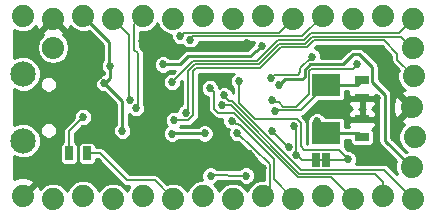
<source format=gbl>
G04 #@! TF.FileFunction,Copper,L2,Bot,Signal*
%FSLAX46Y46*%
G04 Gerber Fmt 4.6, Leading zero omitted, Abs format (unit mm)*
G04 Created by KiCad (PCBNEW 4.0.7) date Monday, 20 November 2017 'AMt' 10:57:51*
%MOMM*%
%LPD*%
G01*
G04 APERTURE LIST*
%ADD10C,0.100000*%
%ADD11C,0.149860*%
%ADD12R,0.635000X1.143000*%
%ADD13R,2.400000X1.900000*%
%ADD14R,1.143000X0.635000*%
%ADD15O,1.879600X1.879600*%
%ADD16C,1.879600*%
%ADD17C,2.150000*%
%ADD18C,0.685800*%
%ADD19C,0.250000*%
%ADD20C,0.152400*%
%ADD21C,0.254000*%
G04 APERTURE END LIST*
D10*
D11*
X179113180Y-106095800D02*
X178620420Y-106095800D01*
D12*
X178458800Y-106095800D03*
X179274800Y-106095800D03*
D13*
X179324000Y-99702400D03*
X179324000Y-103802400D03*
D14*
X182372000Y-104140000D03*
X182372000Y-102616000D03*
X182372000Y-99314000D03*
X182372000Y-100838000D03*
D15*
X156210000Y-96570800D03*
D16*
X153670000Y-93853000D03*
X156210000Y-94107000D03*
X158750000Y-93853000D03*
X161290000Y-94107000D03*
X163830000Y-93853000D03*
X166370000Y-94107000D03*
X168910000Y-93853000D03*
X171450000Y-94107000D03*
X173990000Y-93853000D03*
X176530000Y-94107000D03*
X179070000Y-93853000D03*
X181610000Y-94107000D03*
X184150000Y-93853000D03*
X186690000Y-94107000D03*
X186690000Y-109347000D03*
X184150000Y-109093000D03*
X181610000Y-109347000D03*
X179070000Y-109093000D03*
X176530000Y-109347000D03*
X173990000Y-109093000D03*
X171450000Y-109347000D03*
X168910000Y-109093000D03*
X166370000Y-109347000D03*
X163830000Y-109093000D03*
X161290000Y-109347000D03*
X158750000Y-109093000D03*
X156210000Y-109347000D03*
X153670000Y-109093000D03*
X186563000Y-106680000D03*
X186817000Y-104140000D03*
X186563000Y-101600000D03*
X186728100Y-98958400D03*
X186651900Y-96621600D03*
D17*
X153670000Y-104425000D03*
X153670000Y-98775000D03*
D12*
X159080200Y-105511600D03*
X157556200Y-105511600D03*
D18*
X161036000Y-98094800D03*
X165531800Y-97967800D03*
X173913800Y-96393000D03*
X169037000Y-103809800D03*
X166293800Y-103835200D03*
X162052000Y-103632000D03*
X160528000Y-99568000D03*
X170688000Y-99060000D03*
X169926000Y-99060000D03*
X163195000Y-103657400D03*
X183642000Y-100838000D03*
X166014400Y-95885000D03*
X172593000Y-96189800D03*
X163779200Y-95986600D03*
X170865800Y-104648000D03*
X173990000Y-106781600D03*
X162737800Y-105283000D03*
X159994600Y-97358200D03*
X160299400Y-102844600D03*
X159537400Y-99669600D03*
X175310800Y-99720400D03*
X178562000Y-102793800D03*
X175006000Y-101879400D03*
X171805600Y-103759000D03*
X171323000Y-102743000D03*
X176149000Y-105003600D03*
X174726600Y-103606600D03*
X181965600Y-97942400D03*
X174752000Y-100990400D03*
X181203600Y-106019600D03*
X171958000Y-99390200D03*
X178130200Y-97307400D03*
X174701200Y-99110800D03*
X167792400Y-95885000D03*
X166979600Y-95580200D03*
X169468800Y-99974400D03*
X166268400Y-99466400D03*
X170688000Y-100584000D03*
X170484800Y-101422200D03*
X162687000Y-100990400D03*
X163220400Y-101676200D03*
X166446200Y-102692200D03*
X167462200Y-102057200D03*
X158750000Y-102438200D03*
X176809400Y-105638600D03*
X176580800Y-103174800D03*
X172529500Y-107378500D03*
X169545000Y-107378500D03*
D19*
X160528000Y-99568000D02*
X160604200Y-99568000D01*
X161036000Y-99136200D02*
X161036000Y-98094800D01*
X160604200Y-99568000D02*
X161036000Y-99136200D01*
X160985200Y-96088200D02*
X158750000Y-93853000D01*
X161036000Y-98094800D02*
X160985200Y-98044000D01*
X160985200Y-98044000D02*
X160985200Y-96088200D01*
X165531800Y-97967800D02*
X166920201Y-97967800D01*
X172862885Y-97291515D02*
X173913800Y-96393000D01*
X167596486Y-97291515D02*
X172862885Y-97291515D01*
X166920201Y-97967800D02*
X167596486Y-97291515D01*
X166319200Y-103809800D02*
X169037000Y-103809800D01*
X166293800Y-103835200D02*
X166319200Y-103809800D01*
X162052000Y-101092000D02*
X162052000Y-103632000D01*
X160528000Y-99568000D02*
X162052000Y-101092000D01*
D20*
X170865800Y-104648000D02*
X170865800Y-104063800D01*
X169037000Y-99060000D02*
X169926000Y-99060000D01*
X168656000Y-99441000D02*
X169037000Y-99060000D01*
X168656000Y-100965000D02*
X168656000Y-99441000D01*
X169164000Y-101473000D02*
X168656000Y-100965000D01*
X169164000Y-102362000D02*
X169164000Y-101473000D01*
X170865800Y-104063800D02*
X169164000Y-102362000D01*
D19*
X162737800Y-104114600D02*
X163195000Y-103657400D01*
X162737800Y-104114600D02*
X162737800Y-105283000D01*
X182372000Y-100838000D02*
X183642000Y-100838000D01*
X182372000Y-102616000D02*
X182372000Y-100838000D01*
X165912800Y-95986600D02*
X165912800Y-96570800D01*
X166014400Y-95885000D02*
X165912800Y-95986600D01*
X172212000Y-96570800D02*
X172593000Y-96189800D01*
X164363400Y-96570800D02*
X165912800Y-96570800D01*
X165912800Y-96570800D02*
X172212000Y-96570800D01*
X163779200Y-95986600D02*
X164363400Y-96570800D01*
X170688000Y-104825800D02*
X170688000Y-105283000D01*
X170865800Y-104648000D02*
X170688000Y-104825800D01*
X162737800Y-105283000D02*
X170688000Y-105283000D01*
X170688000Y-105283000D02*
X172847000Y-105283000D01*
X172847000Y-105283000D02*
X173990000Y-106781600D01*
X160299400Y-102844600D02*
X162737800Y-105283000D01*
X160248600Y-98958400D02*
X159537400Y-99669600D01*
X160248600Y-97612200D02*
X160248600Y-98958400D01*
X159994600Y-97358200D02*
X160248600Y-97612200D01*
X160299400Y-102844600D02*
X159537400Y-102082600D01*
X159537400Y-102082600D02*
X159537400Y-99669600D01*
X184302400Y-104419400D02*
X186563000Y-106680000D01*
X184302400Y-100533200D02*
X184302400Y-104419400D01*
X183235600Y-99466400D02*
X184302400Y-100533200D01*
X183235600Y-98196400D02*
X183235600Y-99466400D01*
X182143400Y-97104200D02*
X183235600Y-98196400D01*
X181635400Y-97104200D02*
X182143400Y-97104200D01*
X180769802Y-97969798D02*
X181635400Y-97104200D01*
X177932934Y-97969798D02*
X180769802Y-97969798D01*
X177497198Y-98405534D02*
X177932934Y-97969798D01*
X177497198Y-99034600D02*
X177497198Y-98405534D01*
X177319398Y-99212400D02*
X177497198Y-99034600D01*
X175818800Y-99212400D02*
X177319398Y-99212400D01*
X175310800Y-99720400D02*
X175818800Y-99212400D01*
D20*
X178562000Y-102793800D02*
X179324000Y-103555800D01*
X179324000Y-103555800D02*
X179324000Y-103802400D01*
D19*
X179324000Y-103802400D02*
X182034400Y-103802400D01*
X182034400Y-103802400D02*
X182372000Y-104140000D01*
X179324000Y-99702400D02*
X181983600Y-99702400D01*
X181983600Y-99702400D02*
X182372000Y-99314000D01*
D20*
X177172400Y-101854000D02*
X179324000Y-99702400D01*
X175031400Y-101854000D02*
X177172400Y-101854000D01*
X175006000Y-101879400D02*
X175031400Y-101854000D01*
X174574200Y-106426000D02*
X174574200Y-108508800D01*
X171805600Y-103759000D02*
X174574200Y-106426000D01*
X174574200Y-108508800D02*
X173990000Y-109093000D01*
X174879002Y-107696002D02*
X176530000Y-109347000D01*
X174879002Y-105994202D02*
X174879002Y-107696002D01*
X172008800Y-103124000D02*
X174879002Y-105994202D01*
X171526200Y-102946200D02*
X172008800Y-103124000D01*
X171323000Y-102743000D02*
X171526200Y-102946200D01*
X174726600Y-103606600D02*
X176123600Y-105003600D01*
X181584600Y-98323400D02*
X181965600Y-97942400D01*
X178079400Y-98323400D02*
X181584600Y-98323400D01*
X177850800Y-98552000D02*
X178079400Y-98323400D01*
X177850800Y-100482400D02*
X177850800Y-98552000D01*
X176784002Y-101549198D02*
X177850800Y-100482400D01*
X175666400Y-101549198D02*
X176784002Y-101549198D01*
X175310802Y-101193600D02*
X175666400Y-101549198D01*
X174955200Y-101193600D02*
X175310802Y-101193600D01*
X174752000Y-100990400D02*
X174955200Y-101193600D01*
X177469800Y-105206800D02*
X180390800Y-105206800D01*
X180390800Y-105206800D02*
X181203600Y-106019600D01*
X177165000Y-104902000D02*
X177469800Y-105206800D01*
X177165000Y-102913178D02*
X177165000Y-104902000D01*
X171932600Y-101219734D02*
X173316165Y-102603299D01*
X176855121Y-102603299D02*
X177165000Y-102913178D01*
X173316165Y-102603299D02*
X176855121Y-102603299D01*
X171932600Y-101193600D02*
X171932600Y-101219734D01*
X179274800Y-106095800D02*
X181127400Y-106095800D01*
X181127400Y-106095800D02*
X181203600Y-106019600D01*
X171932600Y-101193600D02*
X171958000Y-99390200D01*
X178095264Y-97307400D02*
X178130200Y-97307400D01*
X177143596Y-98259068D02*
X178095264Y-97307400D01*
X177143596Y-98653600D02*
X177143596Y-98259068D01*
X176940396Y-98856800D02*
X177143596Y-98653600D01*
X174955200Y-98856800D02*
X176940396Y-98856800D01*
X174701200Y-99110800D02*
X174955200Y-98856800D01*
X177317398Y-95605602D02*
X179070000Y-93853000D01*
X168071798Y-95605602D02*
X177317398Y-95605602D01*
X167792400Y-95885000D02*
X168071798Y-95605602D01*
X175336200Y-95300800D02*
X176530000Y-94107000D01*
X167259000Y-95300800D02*
X175336200Y-95300800D01*
X166979600Y-95580200D02*
X167259000Y-95300800D01*
X179781204Y-107518204D02*
X181610000Y-109347000D01*
X176937892Y-107518204D02*
X179781204Y-107518204D01*
X171488844Y-102069156D02*
X176937892Y-107518204D01*
X170166556Y-102069156D02*
X171488844Y-102069156D01*
X169824400Y-101727000D02*
X170166556Y-102069156D01*
X169824400Y-100330000D02*
X169824400Y-101727000D01*
X169468800Y-99974400D02*
X169824400Y-100330000D01*
X185470800Y-95326200D02*
X186690000Y-94107000D01*
X178027856Y-95326200D02*
X185470800Y-95326200D01*
X177443652Y-95910404D02*
X178027856Y-95326200D01*
X175234600Y-95910404D02*
X177443652Y-95910404D01*
X173499887Y-97645117D02*
X175234600Y-95910404D01*
X168089683Y-97645117D02*
X173499887Y-97645117D01*
X166268400Y-99466400D02*
X168089683Y-97645117D01*
X170688000Y-100584000D02*
X171145200Y-101041200D01*
X171145200Y-101041200D02*
X171323000Y-101041200D01*
X171323000Y-101041200D02*
X177190400Y-106908600D01*
X177190400Y-106908600D02*
X184251600Y-106908600D01*
X186690000Y-109347000D02*
X184251600Y-106908600D01*
X184150000Y-107924602D02*
X183438800Y-107213402D01*
X183438800Y-107213402D02*
X177064146Y-107213402D01*
X177064146Y-107213402D02*
X171272572Y-101421828D01*
X171272572Y-101421828D02*
X171246426Y-101421828D01*
X171246426Y-101421828D02*
X171246054Y-101422200D01*
X171246054Y-101422200D02*
X170484800Y-101422200D01*
X184150000Y-109093000D02*
X184150000Y-107924602D01*
X162661600Y-99161600D02*
X162661600Y-95478600D01*
X162661600Y-95478600D02*
X161290000Y-94107000D01*
X162661600Y-100965000D02*
X162661600Y-99161600D01*
X162687000Y-100990400D02*
X162661600Y-100965000D01*
X163398200Y-98755200D02*
X163398200Y-97028000D01*
X163398200Y-97028000D02*
X163093400Y-96723200D01*
X163093400Y-96723200D02*
X163093400Y-94589600D01*
X163093400Y-94589600D02*
X163830000Y-93853000D01*
X163398200Y-101498400D02*
X163398200Y-98755200D01*
X163220400Y-101676200D02*
X163398200Y-101498400D01*
X185369200Y-97599500D02*
X186728100Y-98958400D01*
X185369200Y-97053400D02*
X185369200Y-97599500D01*
X184251604Y-95935804D02*
X185369200Y-97053400D01*
X178280364Y-95935804D02*
X184251604Y-95935804D01*
X177696160Y-96520008D02*
X178280364Y-95935804D01*
X175487108Y-96520008D02*
X177696160Y-96520008D01*
X173752395Y-98254721D02*
X175487108Y-96520008D01*
X168342191Y-98254721D02*
X173752395Y-98254721D01*
X168097200Y-98499712D02*
X168342191Y-98254721D01*
X168097200Y-102260400D02*
X168097200Y-98499712D01*
X167665400Y-102692200D02*
X168097200Y-102260400D01*
X166446200Y-102692200D02*
X167665400Y-102692200D01*
X185661302Y-95631002D02*
X186651900Y-96621600D01*
X178154110Y-95631002D02*
X185661302Y-95631002D01*
X177569906Y-96215206D02*
X178154110Y-95631002D01*
X175360854Y-96215206D02*
X177569906Y-96215206D01*
X173626141Y-97949919D02*
X175360854Y-96215206D01*
X168215937Y-97949919D02*
X173626141Y-97949919D01*
X167626928Y-98538928D02*
X168215937Y-97949919D01*
X167626928Y-101892472D02*
X167626928Y-98538928D01*
X167462200Y-102057200D02*
X167626928Y-101892472D01*
X159080200Y-105511600D02*
X160223200Y-105511600D01*
X164820600Y-107797600D02*
X166370000Y-109347000D01*
X162509200Y-107797600D02*
X164820600Y-107797600D01*
X160223200Y-105511600D02*
X162509200Y-107797600D01*
X157556200Y-105511600D02*
X157556200Y-103632000D01*
X158750000Y-102438200D02*
X157556200Y-103632000D01*
X176809400Y-105638600D02*
X176834800Y-105638600D01*
X177292000Y-106095800D02*
X178458800Y-106095800D01*
X176834800Y-105638600D02*
X177292000Y-106095800D01*
X178663600Y-106095800D02*
X178728699Y-106030701D01*
X176809400Y-105638600D02*
X176809400Y-103403400D01*
X176809400Y-103403400D02*
X176580800Y-103174800D01*
X169570400Y-107353100D02*
X172529500Y-107378500D01*
X169545000Y-107378500D02*
X169570400Y-107353100D01*
D21*
G36*
X157318968Y-95036363D02*
X157579580Y-94945077D01*
X157666491Y-94709029D01*
X157972037Y-95015108D01*
X158475975Y-95224361D01*
X159021631Y-95224837D01*
X159242954Y-95133388D01*
X160428400Y-96318834D01*
X160428400Y-97606704D01*
X160379624Y-97655395D01*
X160261435Y-97940027D01*
X160261166Y-98248221D01*
X160378859Y-98533059D01*
X160479200Y-98633576D01*
X160479200Y-98793257D01*
X160374579Y-98793166D01*
X160089741Y-98910859D01*
X159871624Y-99128595D01*
X159753435Y-99413227D01*
X159753166Y-99721421D01*
X159870859Y-100006259D01*
X160088595Y-100224376D01*
X160373227Y-100342565D01*
X160515255Y-100342689D01*
X161495200Y-101322634D01*
X161495200Y-103093193D01*
X161395624Y-103192595D01*
X161277435Y-103477227D01*
X161277166Y-103785421D01*
X161394859Y-104070259D01*
X161612595Y-104288376D01*
X161897227Y-104406565D01*
X162205421Y-104406834D01*
X162490259Y-104289141D01*
X162708376Y-104071405D01*
X162826565Y-103786773D01*
X162826834Y-103478579D01*
X162709141Y-103193741D01*
X162608800Y-103093224D01*
X162608800Y-102160080D01*
X162780995Y-102332576D01*
X163065627Y-102450765D01*
X163373821Y-102451034D01*
X163658659Y-102333341D01*
X163876776Y-102115605D01*
X163994965Y-101830973D01*
X163995234Y-101522779D01*
X163906200Y-101307301D01*
X163906200Y-97028000D01*
X163867531Y-96833597D01*
X163867531Y-96833596D01*
X163757410Y-96668790D01*
X163601400Y-96512780D01*
X163601400Y-95224401D01*
X164101631Y-95224837D01*
X164605934Y-95016464D01*
X164992108Y-94630963D01*
X165047402Y-94497799D01*
X165206536Y-94882934D01*
X165592037Y-95269108D01*
X166095975Y-95478361D01*
X166204989Y-95478456D01*
X166204766Y-95733621D01*
X166322459Y-96018459D01*
X166540195Y-96236576D01*
X166824827Y-96354765D01*
X167133021Y-96355034D01*
X167157062Y-96345100D01*
X167352995Y-96541376D01*
X167637627Y-96659565D01*
X167945821Y-96659834D01*
X168230659Y-96542141D01*
X168448776Y-96324405D01*
X168536309Y-96113602D01*
X173190984Y-96113602D01*
X173139235Y-96238227D01*
X173139161Y-96322736D01*
X172657305Y-96734715D01*
X167596486Y-96734715D01*
X167383408Y-96777099D01*
X167202769Y-96897798D01*
X166689567Y-97411000D01*
X166070607Y-97411000D01*
X165971205Y-97311424D01*
X165686573Y-97193235D01*
X165378379Y-97192966D01*
X165093541Y-97310659D01*
X164875424Y-97528395D01*
X164757235Y-97813027D01*
X164756966Y-98121221D01*
X164874659Y-98406059D01*
X165092395Y-98624176D01*
X165377027Y-98742365D01*
X165685221Y-98742634D01*
X165970059Y-98624941D01*
X166070576Y-98524600D01*
X166491780Y-98524600D01*
X166324631Y-98691749D01*
X166114979Y-98691566D01*
X165830141Y-98809259D01*
X165612024Y-99026995D01*
X165493835Y-99311627D01*
X165493566Y-99619821D01*
X165611259Y-99904659D01*
X165828995Y-100122776D01*
X166113627Y-100240965D01*
X166421821Y-100241234D01*
X166706659Y-100123541D01*
X166924776Y-99905805D01*
X167042965Y-99621173D01*
X167043149Y-99410071D01*
X167118928Y-99334292D01*
X167118928Y-101360811D01*
X167023941Y-101400059D01*
X166805824Y-101617795D01*
X166687635Y-101902427D01*
X166687590Y-101953601D01*
X166600973Y-101917635D01*
X166292779Y-101917366D01*
X166007941Y-102035059D01*
X165789824Y-102252795D01*
X165671635Y-102537427D01*
X165671366Y-102845621D01*
X165789059Y-103130459D01*
X165846042Y-103187542D01*
X165637424Y-103395795D01*
X165519235Y-103680427D01*
X165518966Y-103988621D01*
X165636659Y-104273459D01*
X165854395Y-104491576D01*
X166139027Y-104609765D01*
X166447221Y-104610034D01*
X166732059Y-104492341D01*
X166858020Y-104366600D01*
X168498193Y-104366600D01*
X168597595Y-104466176D01*
X168882227Y-104584365D01*
X169190421Y-104584634D01*
X169475259Y-104466941D01*
X169693376Y-104249205D01*
X169811565Y-103964573D01*
X169811834Y-103656379D01*
X169694141Y-103371541D01*
X169476405Y-103153424D01*
X169191773Y-103035235D01*
X168883579Y-103034966D01*
X168598741Y-103152659D01*
X168498224Y-103253000D01*
X166980969Y-103253000D01*
X167033861Y-103200200D01*
X167665400Y-103200200D01*
X167859803Y-103161531D01*
X168024610Y-103051410D01*
X168456410Y-102619611D01*
X168566531Y-102454804D01*
X168580656Y-102383790D01*
X168605200Y-102260400D01*
X168605200Y-98762721D01*
X171490027Y-98762721D01*
X171301624Y-98950795D01*
X171183435Y-99235427D01*
X171183166Y-99543621D01*
X171300859Y-99828459D01*
X171441788Y-99969635D01*
X171436204Y-100366129D01*
X171345141Y-100145741D01*
X171127405Y-99927624D01*
X170842773Y-99809435D01*
X170534579Y-99809166D01*
X170249741Y-99926859D01*
X170243536Y-99933053D01*
X170243634Y-99820979D01*
X170125941Y-99536141D01*
X169908205Y-99318024D01*
X169623573Y-99199835D01*
X169315379Y-99199566D01*
X169030541Y-99317259D01*
X168812424Y-99534995D01*
X168694235Y-99819627D01*
X168693966Y-100127821D01*
X168811659Y-100412659D01*
X169029395Y-100630776D01*
X169314027Y-100748965D01*
X169316400Y-100748967D01*
X169316400Y-101727000D01*
X169355069Y-101921403D01*
X169465190Y-102086210D01*
X169807346Y-102428366D01*
X169972153Y-102538487D01*
X170166556Y-102577156D01*
X170553032Y-102577156D01*
X170548435Y-102588227D01*
X170548166Y-102896421D01*
X170665859Y-103181259D01*
X170883595Y-103399376D01*
X171081904Y-103481721D01*
X171031035Y-103604227D01*
X171030766Y-103912421D01*
X171148459Y-104197259D01*
X171366195Y-104415376D01*
X171650827Y-104533565D01*
X171877645Y-104533763D01*
X174066200Y-106642004D01*
X174066200Y-107721466D01*
X173718369Y-107721163D01*
X173214066Y-107929536D01*
X172827892Y-108315037D01*
X172667388Y-108701573D01*
X172613464Y-108571066D01*
X172227963Y-108184892D01*
X171724025Y-107975639D01*
X171178369Y-107975163D01*
X170674066Y-108183536D01*
X170287892Y-108569037D01*
X170232598Y-108702201D01*
X170073464Y-108317066D01*
X169848227Y-108091435D01*
X169983259Y-108035641D01*
X170153077Y-107866120D01*
X171936919Y-107881432D01*
X172090095Y-108034876D01*
X172374727Y-108153065D01*
X172682921Y-108153334D01*
X172967759Y-108035641D01*
X173185876Y-107817905D01*
X173304065Y-107533273D01*
X173304334Y-107225079D01*
X173186641Y-106940241D01*
X172968905Y-106722124D01*
X172684273Y-106603935D01*
X172376079Y-106603666D01*
X172091241Y-106721359D01*
X171946867Y-106865480D01*
X170111787Y-106849729D01*
X169984405Y-106722124D01*
X169699773Y-106603935D01*
X169391579Y-106603666D01*
X169106741Y-106721359D01*
X168888624Y-106939095D01*
X168770435Y-107223727D01*
X168770166Y-107531921D01*
X168848435Y-107721346D01*
X168638369Y-107721163D01*
X168134066Y-107929536D01*
X167747892Y-108315037D01*
X167587388Y-108701573D01*
X167533464Y-108571066D01*
X167147963Y-108184892D01*
X166644025Y-107975639D01*
X166098369Y-107975163D01*
X165828210Y-108086790D01*
X165179810Y-107438390D01*
X165015003Y-107328269D01*
X164820600Y-107289600D01*
X162719620Y-107289600D01*
X160582410Y-105152390D01*
X160417603Y-105042269D01*
X160223200Y-105003600D01*
X159837959Y-105003600D01*
X159837959Y-104940100D01*
X159807850Y-104780085D01*
X159713281Y-104633120D01*
X159568985Y-104534527D01*
X159397700Y-104499841D01*
X158762700Y-104499841D01*
X158602685Y-104529950D01*
X158455720Y-104624519D01*
X158357127Y-104768815D01*
X158322441Y-104940100D01*
X158322441Y-106083100D01*
X158352550Y-106243115D01*
X158447119Y-106390080D01*
X158591415Y-106488673D01*
X158762700Y-106523359D01*
X159397700Y-106523359D01*
X159557715Y-106493250D01*
X159704680Y-106398681D01*
X159803273Y-106254385D01*
X159837959Y-106083100D01*
X159837959Y-106019600D01*
X160012780Y-106019600D01*
X162149990Y-108156810D01*
X162314796Y-108266931D01*
X162509200Y-108305600D01*
X162677345Y-108305600D01*
X162667892Y-108315037D01*
X162507388Y-108701573D01*
X162453464Y-108571066D01*
X162067963Y-108184892D01*
X161564025Y-107975639D01*
X161018369Y-107975163D01*
X160514066Y-108183536D01*
X160127892Y-108569037D01*
X160072598Y-108702201D01*
X159913464Y-108317066D01*
X159527963Y-107930892D01*
X159024025Y-107721639D01*
X158478369Y-107721163D01*
X157974066Y-107929536D01*
X157587892Y-108315037D01*
X157427388Y-108701573D01*
X157373464Y-108571066D01*
X156987963Y-108184892D01*
X156484025Y-107975639D01*
X155938369Y-107975163D01*
X155434066Y-108183536D01*
X155134060Y-108483019D01*
X155039580Y-108254923D01*
X154778968Y-108163637D01*
X153849605Y-109093000D01*
X153490395Y-109093000D01*
X153476253Y-109078858D01*
X153655858Y-108899253D01*
X153670000Y-108913395D01*
X154599363Y-107984032D01*
X154508077Y-107723420D01*
X153920167Y-107506955D01*
X153294172Y-107531951D01*
X152906800Y-107692405D01*
X152906800Y-105739631D01*
X153368964Y-105931538D01*
X153968406Y-105932061D01*
X154522419Y-105703148D01*
X154946658Y-105279648D01*
X155087650Y-104940100D01*
X156798441Y-104940100D01*
X156798441Y-106083100D01*
X156828550Y-106243115D01*
X156923119Y-106390080D01*
X157067415Y-106488673D01*
X157238700Y-106523359D01*
X157873700Y-106523359D01*
X158033715Y-106493250D01*
X158180680Y-106398681D01*
X158279273Y-106254385D01*
X158313959Y-106083100D01*
X158313959Y-104940100D01*
X158283850Y-104780085D01*
X158189281Y-104633120D01*
X158064200Y-104547656D01*
X158064200Y-103842420D01*
X158693769Y-103212851D01*
X158903421Y-103213034D01*
X159188259Y-103095341D01*
X159406376Y-102877605D01*
X159524565Y-102592973D01*
X159524834Y-102284779D01*
X159407141Y-101999941D01*
X159189405Y-101781824D01*
X158904773Y-101663635D01*
X158596579Y-101663366D01*
X158311741Y-101781059D01*
X158093624Y-101998795D01*
X157975435Y-102283427D01*
X157975251Y-102494529D01*
X157196990Y-103272790D01*
X157086869Y-103437597D01*
X157048200Y-103632000D01*
X157048200Y-104549566D01*
X156931720Y-104624519D01*
X156833127Y-104768815D01*
X156798441Y-104940100D01*
X155087650Y-104940100D01*
X155176538Y-104726036D01*
X155177061Y-104126594D01*
X154996654Y-103689974D01*
X155113078Y-103689974D01*
X155220455Y-103949847D01*
X155419107Y-104148846D01*
X155678792Y-104256677D01*
X155959974Y-104256922D01*
X156219847Y-104149545D01*
X156418846Y-103950893D01*
X156526677Y-103691208D01*
X156526922Y-103410026D01*
X156419545Y-103150153D01*
X156220893Y-102951154D01*
X155961208Y-102843323D01*
X155680026Y-102843078D01*
X155420153Y-102950455D01*
X155221154Y-103149107D01*
X155113323Y-103408792D01*
X155113078Y-103689974D01*
X154996654Y-103689974D01*
X154948148Y-103572581D01*
X154524648Y-103148342D01*
X153971036Y-102918462D01*
X153371594Y-102917939D01*
X152906800Y-103109988D01*
X152906800Y-100089631D01*
X153368964Y-100281538D01*
X153968406Y-100282061D01*
X154522419Y-100053148D01*
X154786052Y-99789974D01*
X155113078Y-99789974D01*
X155220455Y-100049847D01*
X155419107Y-100248846D01*
X155678792Y-100356677D01*
X155959974Y-100356922D01*
X156219847Y-100249545D01*
X156418846Y-100050893D01*
X156526677Y-99791208D01*
X156526922Y-99510026D01*
X156419545Y-99250153D01*
X156220893Y-99051154D01*
X155961208Y-98943323D01*
X155680026Y-98943078D01*
X155420153Y-99050455D01*
X155221154Y-99249107D01*
X155113323Y-99508792D01*
X155113078Y-99789974D01*
X154786052Y-99789974D01*
X154946658Y-99629648D01*
X155176538Y-99076036D01*
X155177061Y-98476594D01*
X154948148Y-97922581D01*
X154524648Y-97498342D01*
X153971036Y-97268462D01*
X153371594Y-97267939D01*
X152906800Y-97459988D01*
X152906800Y-96543929D01*
X154838400Y-96543929D01*
X154838400Y-96597671D01*
X154942807Y-97122560D01*
X155240132Y-97567539D01*
X155685111Y-97864864D01*
X156210000Y-97969271D01*
X156734889Y-97864864D01*
X157179868Y-97567539D01*
X157477193Y-97122560D01*
X157581600Y-96597671D01*
X157581600Y-96543929D01*
X157477193Y-96019040D01*
X157179868Y-95574061D01*
X157039373Y-95480185D01*
X157048077Y-95476580D01*
X157139363Y-95215968D01*
X156210000Y-94286605D01*
X155280637Y-95215968D01*
X155371923Y-95476580D01*
X155381014Y-95479927D01*
X155240132Y-95574061D01*
X154942807Y-96019040D01*
X154838400Y-96543929D01*
X152906800Y-96543929D01*
X152906800Y-95021238D01*
X153395975Y-95224361D01*
X153941631Y-95224837D01*
X154445934Y-95016464D01*
X154745940Y-94716981D01*
X154840420Y-94945077D01*
X155101032Y-95036363D01*
X156030395Y-94107000D01*
X156389605Y-94107000D01*
X157318968Y-95036363D01*
X157318968Y-95036363D01*
G37*
X157318968Y-95036363D02*
X157579580Y-94945077D01*
X157666491Y-94709029D01*
X157972037Y-95015108D01*
X158475975Y-95224361D01*
X159021631Y-95224837D01*
X159242954Y-95133388D01*
X160428400Y-96318834D01*
X160428400Y-97606704D01*
X160379624Y-97655395D01*
X160261435Y-97940027D01*
X160261166Y-98248221D01*
X160378859Y-98533059D01*
X160479200Y-98633576D01*
X160479200Y-98793257D01*
X160374579Y-98793166D01*
X160089741Y-98910859D01*
X159871624Y-99128595D01*
X159753435Y-99413227D01*
X159753166Y-99721421D01*
X159870859Y-100006259D01*
X160088595Y-100224376D01*
X160373227Y-100342565D01*
X160515255Y-100342689D01*
X161495200Y-101322634D01*
X161495200Y-103093193D01*
X161395624Y-103192595D01*
X161277435Y-103477227D01*
X161277166Y-103785421D01*
X161394859Y-104070259D01*
X161612595Y-104288376D01*
X161897227Y-104406565D01*
X162205421Y-104406834D01*
X162490259Y-104289141D01*
X162708376Y-104071405D01*
X162826565Y-103786773D01*
X162826834Y-103478579D01*
X162709141Y-103193741D01*
X162608800Y-103093224D01*
X162608800Y-102160080D01*
X162780995Y-102332576D01*
X163065627Y-102450765D01*
X163373821Y-102451034D01*
X163658659Y-102333341D01*
X163876776Y-102115605D01*
X163994965Y-101830973D01*
X163995234Y-101522779D01*
X163906200Y-101307301D01*
X163906200Y-97028000D01*
X163867531Y-96833597D01*
X163867531Y-96833596D01*
X163757410Y-96668790D01*
X163601400Y-96512780D01*
X163601400Y-95224401D01*
X164101631Y-95224837D01*
X164605934Y-95016464D01*
X164992108Y-94630963D01*
X165047402Y-94497799D01*
X165206536Y-94882934D01*
X165592037Y-95269108D01*
X166095975Y-95478361D01*
X166204989Y-95478456D01*
X166204766Y-95733621D01*
X166322459Y-96018459D01*
X166540195Y-96236576D01*
X166824827Y-96354765D01*
X167133021Y-96355034D01*
X167157062Y-96345100D01*
X167352995Y-96541376D01*
X167637627Y-96659565D01*
X167945821Y-96659834D01*
X168230659Y-96542141D01*
X168448776Y-96324405D01*
X168536309Y-96113602D01*
X173190984Y-96113602D01*
X173139235Y-96238227D01*
X173139161Y-96322736D01*
X172657305Y-96734715D01*
X167596486Y-96734715D01*
X167383408Y-96777099D01*
X167202769Y-96897798D01*
X166689567Y-97411000D01*
X166070607Y-97411000D01*
X165971205Y-97311424D01*
X165686573Y-97193235D01*
X165378379Y-97192966D01*
X165093541Y-97310659D01*
X164875424Y-97528395D01*
X164757235Y-97813027D01*
X164756966Y-98121221D01*
X164874659Y-98406059D01*
X165092395Y-98624176D01*
X165377027Y-98742365D01*
X165685221Y-98742634D01*
X165970059Y-98624941D01*
X166070576Y-98524600D01*
X166491780Y-98524600D01*
X166324631Y-98691749D01*
X166114979Y-98691566D01*
X165830141Y-98809259D01*
X165612024Y-99026995D01*
X165493835Y-99311627D01*
X165493566Y-99619821D01*
X165611259Y-99904659D01*
X165828995Y-100122776D01*
X166113627Y-100240965D01*
X166421821Y-100241234D01*
X166706659Y-100123541D01*
X166924776Y-99905805D01*
X167042965Y-99621173D01*
X167043149Y-99410071D01*
X167118928Y-99334292D01*
X167118928Y-101360811D01*
X167023941Y-101400059D01*
X166805824Y-101617795D01*
X166687635Y-101902427D01*
X166687590Y-101953601D01*
X166600973Y-101917635D01*
X166292779Y-101917366D01*
X166007941Y-102035059D01*
X165789824Y-102252795D01*
X165671635Y-102537427D01*
X165671366Y-102845621D01*
X165789059Y-103130459D01*
X165846042Y-103187542D01*
X165637424Y-103395795D01*
X165519235Y-103680427D01*
X165518966Y-103988621D01*
X165636659Y-104273459D01*
X165854395Y-104491576D01*
X166139027Y-104609765D01*
X166447221Y-104610034D01*
X166732059Y-104492341D01*
X166858020Y-104366600D01*
X168498193Y-104366600D01*
X168597595Y-104466176D01*
X168882227Y-104584365D01*
X169190421Y-104584634D01*
X169475259Y-104466941D01*
X169693376Y-104249205D01*
X169811565Y-103964573D01*
X169811834Y-103656379D01*
X169694141Y-103371541D01*
X169476405Y-103153424D01*
X169191773Y-103035235D01*
X168883579Y-103034966D01*
X168598741Y-103152659D01*
X168498224Y-103253000D01*
X166980969Y-103253000D01*
X167033861Y-103200200D01*
X167665400Y-103200200D01*
X167859803Y-103161531D01*
X168024610Y-103051410D01*
X168456410Y-102619611D01*
X168566531Y-102454804D01*
X168580656Y-102383790D01*
X168605200Y-102260400D01*
X168605200Y-98762721D01*
X171490027Y-98762721D01*
X171301624Y-98950795D01*
X171183435Y-99235427D01*
X171183166Y-99543621D01*
X171300859Y-99828459D01*
X171441788Y-99969635D01*
X171436204Y-100366129D01*
X171345141Y-100145741D01*
X171127405Y-99927624D01*
X170842773Y-99809435D01*
X170534579Y-99809166D01*
X170249741Y-99926859D01*
X170243536Y-99933053D01*
X170243634Y-99820979D01*
X170125941Y-99536141D01*
X169908205Y-99318024D01*
X169623573Y-99199835D01*
X169315379Y-99199566D01*
X169030541Y-99317259D01*
X168812424Y-99534995D01*
X168694235Y-99819627D01*
X168693966Y-100127821D01*
X168811659Y-100412659D01*
X169029395Y-100630776D01*
X169314027Y-100748965D01*
X169316400Y-100748967D01*
X169316400Y-101727000D01*
X169355069Y-101921403D01*
X169465190Y-102086210D01*
X169807346Y-102428366D01*
X169972153Y-102538487D01*
X170166556Y-102577156D01*
X170553032Y-102577156D01*
X170548435Y-102588227D01*
X170548166Y-102896421D01*
X170665859Y-103181259D01*
X170883595Y-103399376D01*
X171081904Y-103481721D01*
X171031035Y-103604227D01*
X171030766Y-103912421D01*
X171148459Y-104197259D01*
X171366195Y-104415376D01*
X171650827Y-104533565D01*
X171877645Y-104533763D01*
X174066200Y-106642004D01*
X174066200Y-107721466D01*
X173718369Y-107721163D01*
X173214066Y-107929536D01*
X172827892Y-108315037D01*
X172667388Y-108701573D01*
X172613464Y-108571066D01*
X172227963Y-108184892D01*
X171724025Y-107975639D01*
X171178369Y-107975163D01*
X170674066Y-108183536D01*
X170287892Y-108569037D01*
X170232598Y-108702201D01*
X170073464Y-108317066D01*
X169848227Y-108091435D01*
X169983259Y-108035641D01*
X170153077Y-107866120D01*
X171936919Y-107881432D01*
X172090095Y-108034876D01*
X172374727Y-108153065D01*
X172682921Y-108153334D01*
X172967759Y-108035641D01*
X173185876Y-107817905D01*
X173304065Y-107533273D01*
X173304334Y-107225079D01*
X173186641Y-106940241D01*
X172968905Y-106722124D01*
X172684273Y-106603935D01*
X172376079Y-106603666D01*
X172091241Y-106721359D01*
X171946867Y-106865480D01*
X170111787Y-106849729D01*
X169984405Y-106722124D01*
X169699773Y-106603935D01*
X169391579Y-106603666D01*
X169106741Y-106721359D01*
X168888624Y-106939095D01*
X168770435Y-107223727D01*
X168770166Y-107531921D01*
X168848435Y-107721346D01*
X168638369Y-107721163D01*
X168134066Y-107929536D01*
X167747892Y-108315037D01*
X167587388Y-108701573D01*
X167533464Y-108571066D01*
X167147963Y-108184892D01*
X166644025Y-107975639D01*
X166098369Y-107975163D01*
X165828210Y-108086790D01*
X165179810Y-107438390D01*
X165015003Y-107328269D01*
X164820600Y-107289600D01*
X162719620Y-107289600D01*
X160582410Y-105152390D01*
X160417603Y-105042269D01*
X160223200Y-105003600D01*
X159837959Y-105003600D01*
X159837959Y-104940100D01*
X159807850Y-104780085D01*
X159713281Y-104633120D01*
X159568985Y-104534527D01*
X159397700Y-104499841D01*
X158762700Y-104499841D01*
X158602685Y-104529950D01*
X158455720Y-104624519D01*
X158357127Y-104768815D01*
X158322441Y-104940100D01*
X158322441Y-106083100D01*
X158352550Y-106243115D01*
X158447119Y-106390080D01*
X158591415Y-106488673D01*
X158762700Y-106523359D01*
X159397700Y-106523359D01*
X159557715Y-106493250D01*
X159704680Y-106398681D01*
X159803273Y-106254385D01*
X159837959Y-106083100D01*
X159837959Y-106019600D01*
X160012780Y-106019600D01*
X162149990Y-108156810D01*
X162314796Y-108266931D01*
X162509200Y-108305600D01*
X162677345Y-108305600D01*
X162667892Y-108315037D01*
X162507388Y-108701573D01*
X162453464Y-108571066D01*
X162067963Y-108184892D01*
X161564025Y-107975639D01*
X161018369Y-107975163D01*
X160514066Y-108183536D01*
X160127892Y-108569037D01*
X160072598Y-108702201D01*
X159913464Y-108317066D01*
X159527963Y-107930892D01*
X159024025Y-107721639D01*
X158478369Y-107721163D01*
X157974066Y-107929536D01*
X157587892Y-108315037D01*
X157427388Y-108701573D01*
X157373464Y-108571066D01*
X156987963Y-108184892D01*
X156484025Y-107975639D01*
X155938369Y-107975163D01*
X155434066Y-108183536D01*
X155134060Y-108483019D01*
X155039580Y-108254923D01*
X154778968Y-108163637D01*
X153849605Y-109093000D01*
X153490395Y-109093000D01*
X153476253Y-109078858D01*
X153655858Y-108899253D01*
X153670000Y-108913395D01*
X154599363Y-107984032D01*
X154508077Y-107723420D01*
X153920167Y-107506955D01*
X153294172Y-107531951D01*
X152906800Y-107692405D01*
X152906800Y-105739631D01*
X153368964Y-105931538D01*
X153968406Y-105932061D01*
X154522419Y-105703148D01*
X154946658Y-105279648D01*
X155087650Y-104940100D01*
X156798441Y-104940100D01*
X156798441Y-106083100D01*
X156828550Y-106243115D01*
X156923119Y-106390080D01*
X157067415Y-106488673D01*
X157238700Y-106523359D01*
X157873700Y-106523359D01*
X158033715Y-106493250D01*
X158180680Y-106398681D01*
X158279273Y-106254385D01*
X158313959Y-106083100D01*
X158313959Y-104940100D01*
X158283850Y-104780085D01*
X158189281Y-104633120D01*
X158064200Y-104547656D01*
X158064200Y-103842420D01*
X158693769Y-103212851D01*
X158903421Y-103213034D01*
X159188259Y-103095341D01*
X159406376Y-102877605D01*
X159524565Y-102592973D01*
X159524834Y-102284779D01*
X159407141Y-101999941D01*
X159189405Y-101781824D01*
X158904773Y-101663635D01*
X158596579Y-101663366D01*
X158311741Y-101781059D01*
X158093624Y-101998795D01*
X157975435Y-102283427D01*
X157975251Y-102494529D01*
X157196990Y-103272790D01*
X157086869Y-103437597D01*
X157048200Y-103632000D01*
X157048200Y-104549566D01*
X156931720Y-104624519D01*
X156833127Y-104768815D01*
X156798441Y-104940100D01*
X155087650Y-104940100D01*
X155176538Y-104726036D01*
X155177061Y-104126594D01*
X154996654Y-103689974D01*
X155113078Y-103689974D01*
X155220455Y-103949847D01*
X155419107Y-104148846D01*
X155678792Y-104256677D01*
X155959974Y-104256922D01*
X156219847Y-104149545D01*
X156418846Y-103950893D01*
X156526677Y-103691208D01*
X156526922Y-103410026D01*
X156419545Y-103150153D01*
X156220893Y-102951154D01*
X155961208Y-102843323D01*
X155680026Y-102843078D01*
X155420153Y-102950455D01*
X155221154Y-103149107D01*
X155113323Y-103408792D01*
X155113078Y-103689974D01*
X154996654Y-103689974D01*
X154948148Y-103572581D01*
X154524648Y-103148342D01*
X153971036Y-102918462D01*
X153371594Y-102917939D01*
X152906800Y-103109988D01*
X152906800Y-100089631D01*
X153368964Y-100281538D01*
X153968406Y-100282061D01*
X154522419Y-100053148D01*
X154786052Y-99789974D01*
X155113078Y-99789974D01*
X155220455Y-100049847D01*
X155419107Y-100248846D01*
X155678792Y-100356677D01*
X155959974Y-100356922D01*
X156219847Y-100249545D01*
X156418846Y-100050893D01*
X156526677Y-99791208D01*
X156526922Y-99510026D01*
X156419545Y-99250153D01*
X156220893Y-99051154D01*
X155961208Y-98943323D01*
X155680026Y-98943078D01*
X155420153Y-99050455D01*
X155221154Y-99249107D01*
X155113323Y-99508792D01*
X155113078Y-99789974D01*
X154786052Y-99789974D01*
X154946658Y-99629648D01*
X155176538Y-99076036D01*
X155177061Y-98476594D01*
X154948148Y-97922581D01*
X154524648Y-97498342D01*
X153971036Y-97268462D01*
X153371594Y-97267939D01*
X152906800Y-97459988D01*
X152906800Y-96543929D01*
X154838400Y-96543929D01*
X154838400Y-96597671D01*
X154942807Y-97122560D01*
X155240132Y-97567539D01*
X155685111Y-97864864D01*
X156210000Y-97969271D01*
X156734889Y-97864864D01*
X157179868Y-97567539D01*
X157477193Y-97122560D01*
X157581600Y-96597671D01*
X157581600Y-96543929D01*
X157477193Y-96019040D01*
X157179868Y-95574061D01*
X157039373Y-95480185D01*
X157048077Y-95476580D01*
X157139363Y-95215968D01*
X156210000Y-94286605D01*
X155280637Y-95215968D01*
X155371923Y-95476580D01*
X155381014Y-95479927D01*
X155240132Y-95574061D01*
X154942807Y-96019040D01*
X154838400Y-96543929D01*
X152906800Y-96543929D01*
X152906800Y-95021238D01*
X153395975Y-95224361D01*
X153941631Y-95224837D01*
X154445934Y-95016464D01*
X154745940Y-94716981D01*
X154840420Y-94945077D01*
X155101032Y-95036363D01*
X156030395Y-94107000D01*
X156389605Y-94107000D01*
X157318968Y-95036363D01*
G36*
X181165500Y-100394191D02*
X181165500Y-100552250D01*
X181324250Y-100711000D01*
X182245000Y-100711000D01*
X182245000Y-100691000D01*
X182499000Y-100691000D01*
X182499000Y-100711000D01*
X183419750Y-100711000D01*
X183556258Y-100574492D01*
X183745600Y-100763834D01*
X183745600Y-104419400D01*
X183787984Y-104632478D01*
X183908683Y-104813117D01*
X185282565Y-106186999D01*
X185191639Y-106405975D01*
X185191163Y-106951631D01*
X185316577Y-107255157D01*
X184610810Y-106549390D01*
X184446003Y-106439269D01*
X184251600Y-106400600D01*
X181884228Y-106400600D01*
X181978165Y-106174373D01*
X181978434Y-105866179D01*
X181860741Y-105581341D01*
X181643005Y-105363224D01*
X181358373Y-105245035D01*
X181147271Y-105244851D01*
X180887573Y-104985153D01*
X180929573Y-104923685D01*
X180964259Y-104752400D01*
X180964259Y-104359200D01*
X181360241Y-104359200D01*
X181360241Y-104457500D01*
X181390350Y-104617515D01*
X181484919Y-104764480D01*
X181629215Y-104863073D01*
X181800500Y-104897759D01*
X182943500Y-104897759D01*
X183103515Y-104867650D01*
X183250480Y-104773081D01*
X183349073Y-104628785D01*
X183383759Y-104457500D01*
X183383759Y-103822500D01*
X183353650Y-103662485D01*
X183259081Y-103515520D01*
X183235920Y-103499695D01*
X183303199Y-103471827D01*
X183481827Y-103293198D01*
X183578500Y-103059809D01*
X183578500Y-102901750D01*
X183419750Y-102743000D01*
X182499000Y-102743000D01*
X182499000Y-102763000D01*
X182245000Y-102763000D01*
X182245000Y-102743000D01*
X181324250Y-102743000D01*
X181165500Y-102901750D01*
X181165500Y-103059809D01*
X181242457Y-103245600D01*
X180964259Y-103245600D01*
X180964259Y-102852400D01*
X180934150Y-102692385D01*
X180839581Y-102545420D01*
X180695285Y-102446827D01*
X180524000Y-102412141D01*
X179242528Y-102412141D01*
X179219141Y-102355541D01*
X179001405Y-102137424D01*
X178716773Y-102019235D01*
X178408579Y-102018966D01*
X178123741Y-102136659D01*
X177905624Y-102354395D01*
X177834563Y-102525531D01*
X177817020Y-102536819D01*
X177718427Y-102681115D01*
X177683741Y-102852400D01*
X177683741Y-104698800D01*
X177680220Y-104698800D01*
X177673000Y-104691580D01*
X177673000Y-102913178D01*
X177653589Y-102815590D01*
X177634331Y-102718774D01*
X177524210Y-102553968D01*
X177305723Y-102335481D01*
X177366803Y-102323331D01*
X177531610Y-102213210D01*
X178621070Y-101123750D01*
X181165500Y-101123750D01*
X181165500Y-101281809D01*
X181262173Y-101515198D01*
X181440801Y-101693827D01*
X181520888Y-101727000D01*
X181440801Y-101760173D01*
X181262173Y-101938802D01*
X181165500Y-102172191D01*
X181165500Y-102330250D01*
X181324250Y-102489000D01*
X182245000Y-102489000D01*
X182245000Y-101822250D01*
X182149750Y-101727000D01*
X182245000Y-101631750D01*
X182245000Y-100965000D01*
X182499000Y-100965000D01*
X182499000Y-101631750D01*
X182594250Y-101727000D01*
X182499000Y-101822250D01*
X182499000Y-102489000D01*
X183419750Y-102489000D01*
X183578500Y-102330250D01*
X183578500Y-102172191D01*
X183481827Y-101938802D01*
X183303199Y-101760173D01*
X183223112Y-101727000D01*
X183303199Y-101693827D01*
X183481827Y-101515198D01*
X183578500Y-101281809D01*
X183578500Y-101123750D01*
X183419750Y-100965000D01*
X182499000Y-100965000D01*
X182245000Y-100965000D01*
X181324250Y-100965000D01*
X181165500Y-101123750D01*
X178621070Y-101123750D01*
X178652161Y-101092659D01*
X180524000Y-101092659D01*
X180684015Y-101062550D01*
X180830980Y-100967981D01*
X180929573Y-100823685D01*
X180964259Y-100652400D01*
X180964259Y-100259200D01*
X181221415Y-100259200D01*
X181165500Y-100394191D01*
X181165500Y-100394191D01*
G37*
X181165500Y-100394191D02*
X181165500Y-100552250D01*
X181324250Y-100711000D01*
X182245000Y-100711000D01*
X182245000Y-100691000D01*
X182499000Y-100691000D01*
X182499000Y-100711000D01*
X183419750Y-100711000D01*
X183556258Y-100574492D01*
X183745600Y-100763834D01*
X183745600Y-104419400D01*
X183787984Y-104632478D01*
X183908683Y-104813117D01*
X185282565Y-106186999D01*
X185191639Y-106405975D01*
X185191163Y-106951631D01*
X185316577Y-107255157D01*
X184610810Y-106549390D01*
X184446003Y-106439269D01*
X184251600Y-106400600D01*
X181884228Y-106400600D01*
X181978165Y-106174373D01*
X181978434Y-105866179D01*
X181860741Y-105581341D01*
X181643005Y-105363224D01*
X181358373Y-105245035D01*
X181147271Y-105244851D01*
X180887573Y-104985153D01*
X180929573Y-104923685D01*
X180964259Y-104752400D01*
X180964259Y-104359200D01*
X181360241Y-104359200D01*
X181360241Y-104457500D01*
X181390350Y-104617515D01*
X181484919Y-104764480D01*
X181629215Y-104863073D01*
X181800500Y-104897759D01*
X182943500Y-104897759D01*
X183103515Y-104867650D01*
X183250480Y-104773081D01*
X183349073Y-104628785D01*
X183383759Y-104457500D01*
X183383759Y-103822500D01*
X183353650Y-103662485D01*
X183259081Y-103515520D01*
X183235920Y-103499695D01*
X183303199Y-103471827D01*
X183481827Y-103293198D01*
X183578500Y-103059809D01*
X183578500Y-102901750D01*
X183419750Y-102743000D01*
X182499000Y-102743000D01*
X182499000Y-102763000D01*
X182245000Y-102763000D01*
X182245000Y-102743000D01*
X181324250Y-102743000D01*
X181165500Y-102901750D01*
X181165500Y-103059809D01*
X181242457Y-103245600D01*
X180964259Y-103245600D01*
X180964259Y-102852400D01*
X180934150Y-102692385D01*
X180839581Y-102545420D01*
X180695285Y-102446827D01*
X180524000Y-102412141D01*
X179242528Y-102412141D01*
X179219141Y-102355541D01*
X179001405Y-102137424D01*
X178716773Y-102019235D01*
X178408579Y-102018966D01*
X178123741Y-102136659D01*
X177905624Y-102354395D01*
X177834563Y-102525531D01*
X177817020Y-102536819D01*
X177718427Y-102681115D01*
X177683741Y-102852400D01*
X177683741Y-104698800D01*
X177680220Y-104698800D01*
X177673000Y-104691580D01*
X177673000Y-102913178D01*
X177653589Y-102815590D01*
X177634331Y-102718774D01*
X177524210Y-102553968D01*
X177305723Y-102335481D01*
X177366803Y-102323331D01*
X177531610Y-102213210D01*
X178621070Y-101123750D01*
X181165500Y-101123750D01*
X181165500Y-101281809D01*
X181262173Y-101515198D01*
X181440801Y-101693827D01*
X181520888Y-101727000D01*
X181440801Y-101760173D01*
X181262173Y-101938802D01*
X181165500Y-102172191D01*
X181165500Y-102330250D01*
X181324250Y-102489000D01*
X182245000Y-102489000D01*
X182245000Y-101822250D01*
X182149750Y-101727000D01*
X182245000Y-101631750D01*
X182245000Y-100965000D01*
X182499000Y-100965000D01*
X182499000Y-101631750D01*
X182594250Y-101727000D01*
X182499000Y-101822250D01*
X182499000Y-102489000D01*
X183419750Y-102489000D01*
X183578500Y-102330250D01*
X183578500Y-102172191D01*
X183481827Y-101938802D01*
X183303199Y-101760173D01*
X183223112Y-101727000D01*
X183303199Y-101693827D01*
X183481827Y-101515198D01*
X183578500Y-101281809D01*
X183578500Y-101123750D01*
X183419750Y-100965000D01*
X182499000Y-100965000D01*
X182245000Y-100965000D01*
X181324250Y-100965000D01*
X181165500Y-101123750D01*
X178621070Y-101123750D01*
X178652161Y-101092659D01*
X180524000Y-101092659D01*
X180684015Y-101062550D01*
X180830980Y-100967981D01*
X180929573Y-100823685D01*
X180964259Y-100652400D01*
X180964259Y-100259200D01*
X181221415Y-100259200D01*
X181165500Y-100394191D01*
G36*
X184861200Y-97263821D02*
X184861200Y-97599500D01*
X184899869Y-97793903D01*
X185009990Y-97958710D01*
X185467914Y-98416634D01*
X185356739Y-98684375D01*
X185356263Y-99230031D01*
X185564636Y-99734334D01*
X185950137Y-100120508D01*
X185970181Y-100128831D01*
X185724923Y-100230420D01*
X185633637Y-100491032D01*
X186563000Y-101420395D01*
X186563000Y-101779605D01*
X185633637Y-102708968D01*
X185724923Y-102969580D01*
X185960971Y-103056491D01*
X185654892Y-103362037D01*
X185445639Y-103865975D01*
X185445163Y-104411631D01*
X185653536Y-104915934D01*
X186039037Y-105302108D01*
X186172201Y-105357402D01*
X186070046Y-105399612D01*
X184859200Y-104188766D01*
X184859200Y-101349833D01*
X184976955Y-101349833D01*
X185001951Y-101975828D01*
X185193420Y-102438077D01*
X185454032Y-102529363D01*
X186383395Y-101600000D01*
X185454032Y-100670637D01*
X185193420Y-100761923D01*
X184976955Y-101349833D01*
X184859200Y-101349833D01*
X184859200Y-100533200D01*
X184816816Y-100320122D01*
X184696117Y-100139483D01*
X183792400Y-99235766D01*
X183792400Y-98196400D01*
X183750016Y-97983322D01*
X183629317Y-97802683D01*
X182537117Y-96710483D01*
X182356478Y-96589784D01*
X182143400Y-96547400D01*
X181635400Y-96547400D01*
X181422322Y-96589784D01*
X181241683Y-96710483D01*
X180539168Y-97412998D01*
X178904808Y-97412998D01*
X178905034Y-97153979D01*
X178787341Y-96869141D01*
X178569605Y-96651024D01*
X178367489Y-96567099D01*
X178490784Y-96443804D01*
X184041184Y-96443804D01*
X184861200Y-97263821D01*
X184861200Y-97263821D01*
G37*
X184861200Y-97263821D02*
X184861200Y-97599500D01*
X184899869Y-97793903D01*
X185009990Y-97958710D01*
X185467914Y-98416634D01*
X185356739Y-98684375D01*
X185356263Y-99230031D01*
X185564636Y-99734334D01*
X185950137Y-100120508D01*
X185970181Y-100128831D01*
X185724923Y-100230420D01*
X185633637Y-100491032D01*
X186563000Y-101420395D01*
X186563000Y-101779605D01*
X185633637Y-102708968D01*
X185724923Y-102969580D01*
X185960971Y-103056491D01*
X185654892Y-103362037D01*
X185445639Y-103865975D01*
X185445163Y-104411631D01*
X185653536Y-104915934D01*
X186039037Y-105302108D01*
X186172201Y-105357402D01*
X186070046Y-105399612D01*
X184859200Y-104188766D01*
X184859200Y-101349833D01*
X184976955Y-101349833D01*
X185001951Y-101975828D01*
X185193420Y-102438077D01*
X185454032Y-102529363D01*
X186383395Y-101600000D01*
X185454032Y-100670637D01*
X185193420Y-100761923D01*
X184976955Y-101349833D01*
X184859200Y-101349833D01*
X184859200Y-100533200D01*
X184816816Y-100320122D01*
X184696117Y-100139483D01*
X183792400Y-99235766D01*
X183792400Y-98196400D01*
X183750016Y-97983322D01*
X183629317Y-97802683D01*
X182537117Y-96710483D01*
X182356478Y-96589784D01*
X182143400Y-96547400D01*
X181635400Y-96547400D01*
X181422322Y-96589784D01*
X181241683Y-96710483D01*
X180539168Y-97412998D01*
X178904808Y-97412998D01*
X178905034Y-97153979D01*
X178787341Y-96869141D01*
X178569605Y-96651024D01*
X178367489Y-96567099D01*
X178490784Y-96443804D01*
X184041184Y-96443804D01*
X184861200Y-97263821D01*
M02*

</source>
